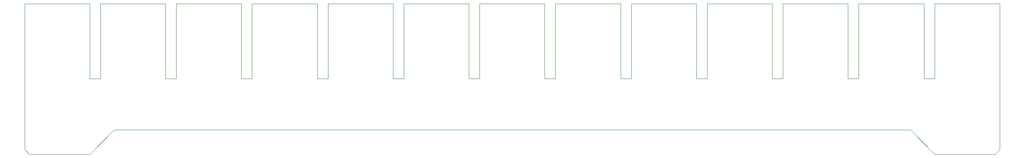
<source format=gbr>
G04 #@! TF.GenerationSoftware,KiCad,Pcbnew,7.0.2-0*
G04 #@! TF.CreationDate,2023-11-08T10:23:17-05:00*
G04 #@! TF.ProjectId,blade13_13-25,626c6164-6531-4335-9f31-332d32352e6b,rev?*
G04 #@! TF.SameCoordinates,Original*
G04 #@! TF.FileFunction,Profile,NP*
%FSLAX46Y46*%
G04 Gerber Fmt 4.6, Leading zero omitted, Abs format (unit mm)*
G04 Created by KiCad (PCBNEW 7.0.2-0) date 2023-11-08 10:23:17*
%MOMM*%
%LPD*%
G01*
G04 APERTURE LIST*
G04 #@! TA.AperFunction,Profile*
%ADD10C,0.050000*%
G04 #@! TD*
G04 APERTURE END LIST*
D10*
X34650000Y-56200000D02*
X22250000Y-56200000D01*
X123250114Y-25113687D02*
X128250114Y-25113687D01*
X206250114Y-25113687D02*
X206250114Y-40600000D01*
X52450000Y-40600000D02*
X50250114Y-40600000D01*
X60850114Y-25113687D02*
X65850114Y-25113687D01*
X114850000Y-40600000D02*
X114850114Y-25113687D01*
X216850114Y-25113687D02*
X221850114Y-25113687D01*
X130450000Y-40600000D02*
X128250114Y-40600000D01*
X161650000Y-40600000D02*
X159450114Y-40600000D01*
X203450000Y-51200000D02*
X39650000Y-51200000D01*
X208450000Y-56200000D02*
X203450000Y-51200000D01*
X177250000Y-40600000D02*
X177250114Y-25113687D01*
X34650114Y-25113687D02*
X34650114Y-40600000D01*
X112650114Y-25113687D02*
X112650114Y-40600000D01*
X45250114Y-25113687D02*
X36850114Y-25113687D01*
X154450114Y-25113687D02*
X146050114Y-25113687D01*
X52450000Y-40600000D02*
X52450114Y-25113687D01*
X192850000Y-40600000D02*
X192850114Y-25113687D01*
X83650000Y-40600000D02*
X81450114Y-40600000D01*
X65850114Y-25113687D02*
X65850114Y-40600000D01*
X208450000Y-40600000D02*
X206250114Y-40600000D01*
X208450000Y-40600000D02*
X208450114Y-25113687D01*
X97050114Y-25113687D02*
X97050114Y-40600000D01*
X114850000Y-40600000D02*
X112650114Y-40600000D01*
X92050114Y-25113687D02*
X97050114Y-25113687D01*
X185650114Y-25113687D02*
X177250114Y-25113687D01*
X138850114Y-25113687D02*
X143850114Y-25113687D01*
X170050114Y-25113687D02*
X161650114Y-25113687D01*
X60850114Y-25113687D02*
X52450114Y-25113687D01*
X201250114Y-25113687D02*
X206250114Y-25113687D01*
X76450114Y-25113687D02*
X68050114Y-25113687D01*
X107650114Y-25113687D02*
X99250114Y-25113687D01*
X50250114Y-25113687D02*
X50250114Y-40600000D01*
X146050000Y-40600000D02*
X143850114Y-40600000D01*
X221850114Y-25113687D02*
X221850000Y-55200000D01*
X76450114Y-25113687D02*
X81450114Y-25113687D01*
X177250000Y-40600000D02*
X175050114Y-40600000D01*
X45250114Y-25113687D02*
X50250114Y-25113687D01*
X123250114Y-25113687D02*
X114850114Y-25113687D01*
X130450000Y-40600000D02*
X130450114Y-25113687D01*
X154450114Y-25113687D02*
X159450114Y-25113687D01*
X138850114Y-25113687D02*
X130450114Y-25113687D01*
X190650114Y-25113687D02*
X190650114Y-40600000D01*
X81450114Y-25113687D02*
X81450114Y-40600000D01*
X36850000Y-40600000D02*
X36850114Y-25113687D01*
X34650000Y-56200000D02*
X39650000Y-51200000D01*
X143850114Y-25113687D02*
X143850114Y-40600000D01*
X220850000Y-56200000D02*
X221850000Y-55200000D01*
X29650114Y-25113687D02*
X21250114Y-25113687D01*
X92050114Y-25113687D02*
X83650114Y-25113687D01*
X220850000Y-56200000D02*
X208450000Y-56200000D01*
X175050114Y-25113687D02*
X175050114Y-40600000D01*
X146050000Y-40600000D02*
X146050114Y-25113687D01*
X192850000Y-40600000D02*
X190650114Y-40600000D01*
X216850114Y-25113687D02*
X208450114Y-25113687D01*
X36850000Y-40600000D02*
X34650114Y-40600000D01*
X29650114Y-25113687D02*
X34650114Y-25113687D01*
X99250000Y-40600000D02*
X97050114Y-40600000D01*
X161650000Y-40600000D02*
X161650114Y-25113687D01*
X21250000Y-55200000D02*
X21250114Y-25113687D01*
X21250000Y-55200000D02*
X22250000Y-56200000D01*
X107650114Y-25113687D02*
X112650114Y-25113687D01*
X68050000Y-40600000D02*
X65850114Y-40600000D01*
X159450114Y-25113687D02*
X159450114Y-40600000D01*
X185650114Y-25113687D02*
X190650114Y-25113687D01*
X68050000Y-40600000D02*
X68050114Y-25113687D01*
X201250114Y-25113687D02*
X192850114Y-25113687D01*
X128250114Y-25113687D02*
X128250114Y-40600000D01*
X170050114Y-25113687D02*
X175050114Y-25113687D01*
X99250000Y-40600000D02*
X99250114Y-25113687D01*
X83650000Y-40600000D02*
X83650114Y-25113687D01*
M02*

</source>
